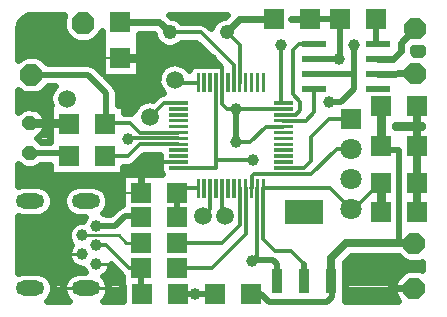
<source format=gtl>
G04 DipTrace 2.3.0.1*
%INtop_cop.gbr*%
%MOMM*%
%ADD10C,0.25*%
%ADD14C,0.8*%
%ADD15C,0.7*%
%ADD16C,0.5*%
%ADD17C,0.3*%
%ADD18C,0.2*%
%ADD19C,0.6*%
%ADD20C,0.254*%
%ADD22R,1.75X1.7*%
%ADD23R,1.7X1.75*%
%ADD24R,1.8X1.8*%
%ADD25C,1.8*%
%ADD26C,1.5*%
%ADD27C,1.0*%
%ADD28O,2.4X1.3*%
%ADD30R,0.95X2.15*%
%ADD31R,3.25X2.15*%
%ADD32R,2.0X0.6*%
%ADD34C,1.219*%
%ADD35C,1.0*%
%FSLAX53Y53*%
G04*
G71*
G90*
G75*
G01*
%LNTop*%
%LPD*%
X41638Y27344D2*
D14*
X41616Y24016D1*
X44368Y15730D2*
D15*
X38604D1*
X37384Y14510D1*
Y12560D1*
X44368Y15730D2*
D16*
X43120D1*
Y23637D1*
X41995D1*
X41616Y24016D1*
X30586Y11472D2*
X31456D1*
X32142Y10786D1*
X37054D1*
X37427Y11158D1*
Y12517D1*
X37384Y12560D1*
X41616Y20880D2*
D14*
X41638Y18384D1*
X35084Y12560D2*
D16*
Y13990D1*
D17*
X34000Y15074D1*
X32641D1*
X31632Y16083D1*
Y20418D1*
X30759Y22826D2*
X27629D1*
Y22123D1*
X24427D1*
X33129Y32559D2*
D18*
X33137D1*
D17*
Y27623D1*
D18*
X33337D1*
X37224Y27672D2*
D16*
X38210D1*
X39317Y28779D1*
Y30116D1*
Y32575D1*
D18*
X39278D1*
X35920Y30116D2*
D16*
X39317D1*
X27632Y29328D2*
D17*
X27629Y22826D1*
X41616Y20880D2*
X41518D1*
X39312Y18674D1*
X39034D1*
X31632Y20418D2*
X37290D1*
X39034Y18674D1*
X24383Y11487D2*
D16*
X27536Y11472D1*
X17499Y17227D2*
X19094D1*
X19907Y18040D1*
X21202D1*
X21292Y17951D1*
X25886Y11458D2*
X24412D1*
X24383Y11487D1*
X24427Y25123D2*
D17*
X21181D1*
X20368Y25936D1*
X18298D1*
X18234Y25872D1*
X11992Y30018D2*
D16*
X16755D1*
X18331Y28442D1*
Y25969D1*
X18234Y25872D1*
X41320Y31386D2*
D19*
X42650D1*
X43280Y32016D1*
Y32720D1*
X44496Y33936D1*
X41320Y30116D2*
X44496Y30126D1*
X33337Y26123D2*
D17*
X35211D1*
X35920Y26832D1*
Y28846D1*
X33337Y26623D2*
X34367D1*
X34768Y27024D1*
Y27728D1*
X34128Y28368D1*
Y32144D1*
X34640Y32656D1*
X35920D1*
X33337Y22123D2*
X35106D1*
X35670Y22687D1*
Y24748D1*
X37216Y26294D1*
X39034D1*
X21292Y13663D2*
D16*
Y11528D1*
X21333Y11487D1*
X17499Y15627D2*
D17*
X18308D1*
X20273Y13663D1*
X21292D1*
X16299Y16427D2*
D10*
X19413D1*
X20036Y15804D1*
X21263D1*
X21292Y15775D1*
X44688Y27344D2*
D15*
Y25680D1*
X44666D1*
Y24016D1*
Y20880D1*
Y18406D1*
X44688Y18384D1*
X11856Y25916D2*
D14*
X15140D1*
D16*
X15184Y25872D1*
X32784Y12560D2*
Y13990D1*
X32450Y14324D1*
X31132D1*
D17*
Y20418D1*
X29359Y27103D2*
X28569D1*
X28132Y27540D1*
Y29328D1*
X21269Y19999D2*
D19*
Y22623D1*
D17*
X24427D1*
X33337Y27123D2*
X29329D1*
D16*
Y24284D1*
X28132Y29328D2*
D17*
Y30659D1*
X27329Y31462D1*
D14*
X19536D1*
X38068Y31376D2*
D16*
X35920Y31386D1*
X29329Y24284D2*
D17*
X30502D1*
X31841Y25623D1*
X33337D1*
X38118Y34704D2*
D16*
Y31846D1*
D18*
X38068Y31796D1*
Y31376D1*
X35600Y34704D2*
D16*
X38118D1*
X44368Y11920D2*
D19*
X42576D1*
D17*
X42256Y12240D1*
X35600Y34704D2*
D19*
X34000D1*
D17*
X33936Y34640D1*
X31132Y20418D2*
Y14731D1*
X30673Y14272D1*
X39034Y23754D2*
X37837D1*
X35690Y21607D1*
X30839D1*
X30646Y21414D1*
Y20432D1*
X30632Y20418D1*
X29632Y29328D2*
Y32506D1*
X28522Y33616D1*
X32550Y34704D2*
D19*
X29610D1*
X28522Y33616D1*
X29132Y29328D2*
D17*
Y30804D1*
X26320Y33616D1*
X23696D1*
X19536Y34512D2*
D19*
X22800D1*
X23696Y33616D1*
X24427Y24123D2*
D17*
X21179D1*
X20176Y23120D1*
X18192D1*
X11856Y23376D2*
D16*
X14886D1*
X15142Y23120D1*
X24319Y19999D2*
Y17974D1*
X24342Y17951D1*
X26132Y20418D2*
D17*
X24738D1*
X24319Y19999D1*
X41168Y34704D2*
D16*
Y32808D1*
D17*
X41320Y32656D1*
X30132Y20418D2*
Y16519D1*
X27268Y13656D1*
X24349D1*
X24342Y13663D1*
X29632Y20418D2*
Y17305D1*
X28102Y15775D1*
X24342D1*
X26132Y29328D2*
X24400D1*
D18*
X24144Y29584D1*
X24427Y27623D2*
D17*
X23207D1*
X22032Y26448D1*
X27132Y20418D2*
Y18684D1*
X26512Y18064D1*
X28132Y20418D2*
Y18300D1*
D18*
X28368Y18064D1*
X24427Y24623D2*
D17*
X20207D1*
D18*
X20176Y24592D1*
D35*
X25886Y11458D3*
X44688Y25680D3*
X20176Y24592D3*
X37224Y27672D3*
X30759Y22826D3*
X29359Y27103D3*
X38068Y31376D3*
X29329Y24284D3*
X30673Y14272D3*
X33129Y32559D3*
X39278Y32575D3*
X11096Y34503D2*
D19*
X14651D1*
X24755D2*
X27467D1*
X10960Y33907D2*
X14660D1*
X10965Y33310D2*
X15054D1*
X17696D2*
X17902D1*
X21174D2*
X22338D1*
X10965Y32713D2*
X17904D1*
X21174D2*
X22657D1*
X24737D2*
X25929D1*
X10965Y32117D2*
X17904D1*
X21174D2*
X26520D1*
X44368D2*
X45045D1*
X12896Y31520D2*
X17904D1*
X21174D2*
X27120D1*
X17171Y30923D2*
X17904D1*
X21174D2*
X23473D1*
X24821D2*
X27720D1*
X21174Y30327D2*
X22807D1*
X18483Y29730D2*
X22620D1*
X19074Y29133D2*
X22685D1*
X12915Y28537D2*
X13563D1*
X19365D2*
X23051D1*
X10965Y27940D2*
X13460D1*
X19365D2*
X22226D1*
X10965Y27343D2*
X13526D1*
X19890D2*
X20801D1*
X12971Y26747D2*
X13526D1*
X13252Y26150D2*
X13521D1*
X13243Y25553D2*
X13520D1*
X12849Y24957D2*
X13526D1*
X12821Y24360D2*
X13479D1*
X21521Y23167D2*
X22845D1*
X20921Y22570D2*
X22845D1*
X10965Y21973D2*
X13479D1*
X19852D2*
X22845D1*
X10965Y21377D2*
X19610D1*
X10965Y20780D2*
X19610D1*
X13580Y20183D2*
X14913D1*
X18287D2*
X19610D1*
X13862Y19587D2*
X14642D1*
X18558D2*
X19610D1*
X13843Y18990D2*
X14660D1*
X18540D2*
X19610D1*
X13515Y18393D2*
X14979D1*
X18212D2*
X18823D1*
X10965Y17797D2*
X16357D1*
X10965Y17200D2*
X15288D1*
X10965Y16603D2*
X15026D1*
X10965Y16007D2*
X15092D1*
X10965Y15410D2*
X15167D1*
X10965Y14813D2*
X15017D1*
X10965Y14217D2*
X15176D1*
X38668D2*
X43507D1*
X10965Y13620D2*
X16038D1*
X18708D2*
X19020D1*
X38640D2*
X45045D1*
X13337Y13023D2*
X15157D1*
X18258D2*
X19620D1*
X38640D2*
X43085D1*
X13787Y12427D2*
X14707D1*
X18493D2*
X19629D1*
X38640D2*
X42673D1*
X13880Y11830D2*
X14623D1*
X18577D2*
X19676D1*
X38640D2*
X42663D1*
X13693Y11233D2*
X14801D1*
X18390D2*
X19676D1*
X38640D2*
X42729D1*
X17615Y33290D2*
X17277Y32952D1*
X17018Y32788D1*
X16765Y32740D1*
X15987D1*
X15688Y32807D1*
X15476Y32952D1*
X14926Y33502D1*
X14761Y33760D1*
X14714Y34014D1*
Y34791D1*
X14780Y35090D1*
X14723Y34894D1*
X14561Y35100D1*
X12058D1*
X11716Y35055D1*
X11456Y34947D1*
X11229Y34774D1*
X11055Y34548D1*
X10946Y34285D1*
X10900Y33942D1*
Y31270D1*
X11091Y31469D1*
X11350Y31633D1*
X11603Y31681D1*
X12381D1*
X12680Y31614D1*
X12893Y31469D1*
X13368Y30994D1*
X16755Y30992D1*
X17050Y30947D1*
X17324Y30807D1*
X17656Y30495D1*
X17967Y30183D1*
X17962Y31303D1*
Y33691D1*
X17827Y33502D1*
X17615Y33290D1*
X13370Y29045D2*
X12893Y28568D1*
X12634Y28404D1*
X12381Y28356D1*
X11603D1*
X11304Y28423D1*
X11091Y28568D1*
X10899Y28760D1*
X10902Y26851D1*
X11182Y27117D1*
X11397Y27222D1*
X11602Y27252D1*
X12229Y27242D1*
X12455Y27164D1*
X12621Y27040D1*
X13057Y26590D1*
X13162Y26375D1*
X13192Y26169D1*
X13182Y25543D1*
X13104Y25317D1*
X12980Y25151D1*
X12530Y24715D1*
X12442Y24661D1*
X12621Y24500D1*
X12774Y24347D1*
X13534Y24350D1*
X13543Y24694D1*
X13590D1*
X13585Y25858D1*
Y27446D1*
X13621D1*
X13524Y27853D1*
X13528Y28153D1*
X13592Y28445D1*
X13714Y28719D1*
X13889Y28962D1*
X13979Y29044D1*
X13371D1*
X42745Y25590D2*
X43215Y25581D1*
X43187Y25590D1*
X45101D1*
X45087Y25770D1*
X42759D1*
X43067Y25590D1*
X43187D1*
X21109Y33061D2*
X21110Y29863D1*
X18292Y29859D1*
X19020Y29131D1*
X19196Y28890D1*
X19291Y28597D1*
X19305Y28142D1*
Y27439D1*
X19833Y27446D1*
Y26818D1*
X20418Y26807D1*
X20632Y26909D1*
X20754Y27183D1*
X20929Y27426D1*
X21150Y27629D1*
X21406Y27783D1*
X21689Y27882D1*
X21986Y27921D1*
X22263Y27915D1*
X22589Y28241D1*
X22833Y28413D1*
X23130Y28492D1*
X22847Y28883D1*
X22732Y29159D1*
X22676Y29453D1*
X22680Y29753D1*
X22744Y30045D1*
X22866Y30319D1*
X23041Y30562D1*
X23262Y30765D1*
X23518Y30919D1*
X23801Y31018D1*
X24098Y31057D1*
X24397Y31036D1*
X24685Y30955D1*
X24951Y30817D1*
X25184Y30629D1*
X25332Y30448D1*
X25401Y30560D1*
X25541Y30702D1*
X25714Y30801D1*
X25982Y30852D1*
X26845Y30849D1*
X27408Y30848D1*
X27854Y30847D1*
X25962Y32738D1*
X24698Y32742D1*
X24525Y32572D1*
X24271Y32413D1*
X23988Y32315D1*
X23691Y32282D1*
X23393Y32317D1*
X23111Y32417D1*
X22859Y32578D1*
X22648Y32791D1*
X22491Y33045D1*
X22394Y33329D1*
X22377Y33487D1*
X21103Y33488D1*
X21110Y32913D1*
X21101D1*
X43058Y10899D2*
X42855Y11117D1*
X42750Y11332D1*
X42720Y11537D1*
X42730Y12422D1*
X42808Y12648D1*
X42932Y12815D1*
X43565Y13433D1*
X43780Y13538D1*
X43985Y13568D1*
X44870Y13558D1*
X45096Y13480D1*
X45081Y13488D1*
X45100Y13539D1*
Y14167D1*
X44924Y14103D1*
X44451Y14082D1*
X43985D1*
X43686Y14149D1*
X43473Y14294D1*
X43109Y14659D1*
X39052Y14656D1*
X38587Y14195D1*
X38583Y10901D1*
X43061Y10900D1*
X42836Y11145D1*
X42741Y11364D1*
X42720Y11537D1*
X44579Y32288D2*
X44307D1*
X44303Y32019D1*
X44413Y31774D1*
X44981Y31765D1*
X45100Y31839D1*
Y32317D1*
X44879Y32288D1*
X44579D1*
X19736Y12089D2*
X19693D1*
X19688Y13013D1*
X18721Y13967D1*
X18670Y13672D1*
X18549Y13399D1*
X18365Y13163D1*
X18130Y12978D1*
X18081Y12936D1*
X18278Y12710D1*
X18421Y12447D1*
X18503Y12159D1*
X18521Y11867D1*
X18476Y11571D1*
X18367Y11292D1*
X18201Y11043D1*
X18061Y10900D1*
X19736D1*
X19734Y12097D1*
X19792Y21573D2*
X23029D1*
X22954Y21705D1*
X22903Y21973D1*
X22907Y22842D1*
X22903Y23251D1*
X21549Y23249D1*
X20794Y22502D1*
X20550Y22330D1*
X20222Y22247D1*
X19792Y22246D1*
X19791Y21569D1*
X19491Y21546D1*
X16593Y21555D1*
X16741Y21546D1*
X13543D1*
Y22399D1*
X12768Y22398D1*
X12621Y22252D1*
X12363Y22088D1*
X12110Y22040D1*
X11602D1*
X11303Y22107D1*
X11091Y22252D1*
X10898Y22444D1*
X10900Y20620D1*
X11174Y20690D1*
X11349Y20701D1*
X12574Y20695D1*
X12867Y20636D1*
X13141Y20514D1*
X13381Y20336D1*
X13578Y20110D1*
X13721Y19847D1*
X13803Y19559D1*
X13823Y19327D1*
X13790Y19030D1*
X13694Y18746D1*
X13538Y18490D1*
X13331Y18274D1*
X13082Y18108D1*
X12803Y18000D1*
X12442Y17959D1*
X11349Y17953D1*
X11108Y17974D1*
X10902Y18035D1*
X10900Y13233D1*
X11174Y13290D1*
X11349Y13301D1*
X12574Y13295D1*
X12867Y13236D1*
X13141Y13114D1*
X13381Y12936D1*
X13578Y12710D1*
X13721Y12447D1*
X13803Y12159D1*
X13823Y11927D1*
X13790Y11630D1*
X13694Y11346D1*
X13538Y11090D1*
X13351Y10894D1*
X15142Y10900D1*
X14995Y11046D1*
X14829Y11295D1*
X14721Y11575D1*
X14676Y11871D1*
X14696Y12169D1*
X14781Y12457D1*
X14926Y12719D1*
X15124Y12943D1*
X15366Y13119D1*
X15640Y13239D1*
X15934Y13296D1*
X16512Y13301D1*
X16370Y13554D1*
X16350Y13605D1*
X16063Y13626D1*
X15779Y13719D1*
X15525Y13879D1*
X15318Y14095D1*
X15170Y14354D1*
X15089Y14643D1*
X15080Y14942D1*
X15144Y15234D1*
X15278Y15502D1*
X15372Y15626D1*
X15194Y15900D1*
X15099Y16183D1*
X15076Y16482D1*
X15126Y16777D1*
X15246Y17051D1*
X15429Y17288D1*
X15663Y17473D1*
X15936Y17596D1*
X16231Y17649D1*
X16352Y17641D1*
X16446Y17851D1*
X16520Y17947D1*
X15808Y17974D1*
X15521Y18059D1*
X15259Y18203D1*
X15034Y18401D1*
X14857Y18643D1*
X14737Y18917D1*
X14680Y19211D1*
X14687Y19510D1*
X14759Y19801D1*
X14892Y20069D1*
X15080Y20302D1*
X15314Y20488D1*
X15583Y20620D1*
X15874Y20690D1*
X16049Y20701D1*
X17274Y20695D1*
X17567Y20636D1*
X17841Y20514D1*
X18081Y20336D1*
X18278Y20110D1*
X18421Y19847D1*
X18503Y19559D1*
X18523Y19327D1*
X18490Y19030D1*
X18394Y18746D1*
X18238Y18490D1*
X18064Y18308D1*
X18399Y18201D1*
X18689D1*
X19219Y18729D1*
X19469Y18909D1*
X19670Y19025D1*
Y21545D1*
X23832Y34934D2*
X24009Y34912D1*
X24290Y34810D1*
X24541Y34647D1*
X24691Y34493D1*
X26320Y34490D1*
X26614Y34439D1*
X26905Y34265D1*
X27223Y33949D1*
X27326Y34205D1*
X27487Y34457D1*
X27701Y34667D1*
X27956Y34824D1*
X28240Y34919D1*
X28398Y34935D1*
X28560Y35102D1*
X23664Y35100D1*
X23822Y34938D1*
X17963Y31462D2*
D18*
X21109D1*
X42722Y11920D2*
D20*
X44368D1*
X19671Y19999D2*
D18*
X21269D1*
X13586Y25872D2*
X15184D1*
X17499Y14027D2*
D20*
X18722D1*
X15076Y14827D2*
X16299D1*
X14676Y11927D2*
X18522D1*
X22904Y22623D2*
D18*
X24427D1*
X11856Y25916D2*
D20*
X13191D1*
G36*
X15438Y34791D2*
X15987Y35341D1*
X16765D1*
X17315Y34791D1*
Y34014D1*
X16765Y33464D1*
X15987D1*
X15438Y34014D1*
Y34791D1*
G37*
G36*
X11053Y30407D2*
X11603Y30957D1*
X12381D1*
X12931Y30407D1*
Y29630D1*
X12381Y29080D1*
X11603D1*
X11053Y29630D1*
Y30407D1*
G37*
D22*
X41616Y24016D3*
X44666D3*
X44688Y27344D3*
X41638D3*
X41616Y20880D3*
X44666D3*
X44688Y18384D3*
X41638D3*
X35600Y34704D3*
X32550D3*
D23*
X19536Y31462D3*
Y34512D3*
D22*
X27536Y11472D3*
X30586D3*
G36*
X45292Y12303D2*
Y11537D1*
X44751Y10996D1*
X43985D1*
X43444Y11537D1*
Y12303D1*
X43985Y12844D1*
X44751D1*
X45292Y12303D1*
G37*
G36*
Y16113D2*
Y15347D1*
X44751Y14806D1*
X43985D1*
X43444Y15347D1*
Y16113D1*
X43985Y16654D1*
X44751D1*
X45292Y16113D1*
G37*
D24*
X39034Y26294D3*
D25*
Y23754D3*
Y21214D3*
Y18674D3*
G36*
X43572Y33553D2*
Y34319D1*
X44113Y34860D1*
X44879D1*
X45420Y34319D1*
Y33553D1*
X44879Y33012D1*
X44113D1*
X43572Y33553D1*
G37*
G36*
Y29743D2*
Y30509D1*
X44113Y31050D1*
X44879D1*
X45420Y30509D1*
Y29743D1*
X44879Y29202D1*
X44113D1*
X43572Y29743D1*
G37*
D26*
X24144Y29584D3*
X22032Y26448D3*
X26512Y18064D3*
X28368D3*
X14992Y27984D3*
D22*
X41168Y34704D3*
X38118D3*
X24342Y13663D3*
X21292D3*
X21333Y11487D3*
X24383D3*
X24342Y15775D3*
X21292D3*
X24342Y17951D3*
X21292D3*
X21269Y19999D3*
X24319D3*
X18192Y23120D3*
X15142D3*
X15184Y25872D3*
X18234D3*
D27*
X17499Y14027D3*
X16299Y14827D3*
X17499Y15627D3*
X16299Y16427D3*
X17499Y17227D3*
D28*
X16599Y11927D3*
Y19327D3*
X11899Y11927D3*
Y19327D3*
D30*
X32784Y12560D3*
X35084D3*
X37384D3*
D31*
X35084Y18360D3*
D32*
X35920Y32656D3*
Y31386D3*
Y30116D3*
Y28846D3*
X41320D3*
Y30116D3*
Y31386D3*
Y32656D3*
G36*
X31782Y28528D2*
X31482D1*
Y30128D1*
X31782D1*
Y28528D1*
G37*
G36*
X31282D2*
X30982D1*
Y30128D1*
X31282D1*
Y28528D1*
G37*
G36*
X30782D2*
X30482D1*
Y30128D1*
X30782D1*
Y28528D1*
G37*
G36*
X30282D2*
X29982D1*
Y30128D1*
X30282D1*
Y28528D1*
G37*
G36*
X29782D2*
X29482D1*
Y30128D1*
X29782D1*
Y28528D1*
G37*
G36*
X29282D2*
X28982D1*
Y30128D1*
X29282D1*
Y28528D1*
G37*
G36*
X28782D2*
X28482D1*
Y30128D1*
X28782D1*
Y28528D1*
G37*
G36*
X28282D2*
X27982D1*
Y30128D1*
X28282D1*
Y28528D1*
G37*
G36*
X27782D2*
X27482D1*
Y30128D1*
X27782D1*
Y28528D1*
G37*
G36*
X27282D2*
X26982D1*
Y30128D1*
X27282D1*
Y28528D1*
G37*
G36*
X26782D2*
X26482D1*
Y30128D1*
X26782D1*
Y28528D1*
G37*
G36*
X26282D2*
X25982D1*
Y30128D1*
X26282D1*
Y28528D1*
G37*
G36*
X25227Y27773D2*
Y27473D1*
X23627D1*
Y27773D1*
X25227D1*
G37*
G36*
Y27273D2*
Y26973D1*
X23627D1*
Y27273D1*
X25227D1*
G37*
G36*
Y26773D2*
Y26473D1*
X23627D1*
Y26773D1*
X25227D1*
G37*
G36*
Y26273D2*
Y25973D1*
X23627D1*
Y26273D1*
X25227D1*
G37*
G36*
Y25773D2*
Y25473D1*
X23627D1*
Y25773D1*
X25227D1*
G37*
G36*
Y25273D2*
Y24973D1*
X23627D1*
Y25273D1*
X25227D1*
G37*
G36*
Y24773D2*
Y24473D1*
X23627D1*
Y24773D1*
X25227D1*
G37*
G36*
Y24273D2*
Y23973D1*
X23627D1*
Y24273D1*
X25227D1*
G37*
G36*
Y23773D2*
Y23473D1*
X23627D1*
Y23773D1*
X25227D1*
G37*
G36*
Y23273D2*
Y22973D1*
X23627D1*
Y23273D1*
X25227D1*
G37*
G36*
Y22773D2*
Y22473D1*
X23627D1*
Y22773D1*
X25227D1*
G37*
G36*
Y22273D2*
Y21973D1*
X23627D1*
Y22273D1*
X25227D1*
G37*
G36*
X26282Y19618D2*
X25982D1*
Y21218D1*
X26282D1*
Y19618D1*
G37*
G36*
X26782D2*
X26482D1*
Y21218D1*
X26782D1*
Y19618D1*
G37*
G36*
X27282D2*
X26982D1*
Y21218D1*
X27282D1*
Y19618D1*
G37*
G36*
X27782D2*
X27482D1*
Y21218D1*
X27782D1*
Y19618D1*
G37*
G36*
X28282D2*
X27982D1*
Y21218D1*
X28282D1*
Y19618D1*
G37*
G36*
X28782D2*
X28482D1*
Y21218D1*
X28782D1*
Y19618D1*
G37*
G36*
X29282D2*
X28982D1*
Y21218D1*
X29282D1*
Y19618D1*
G37*
G36*
X29782D2*
X29482D1*
Y21218D1*
X29782D1*
Y19618D1*
G37*
G36*
X30282D2*
X29982D1*
Y21218D1*
X30282D1*
Y19618D1*
G37*
G36*
X30782D2*
X30482D1*
Y21218D1*
X30782D1*
Y19618D1*
G37*
G36*
X31282D2*
X30982D1*
Y21218D1*
X31282D1*
Y19618D1*
G37*
G36*
X31782D2*
X31482D1*
Y21218D1*
X31782D1*
Y19618D1*
G37*
G36*
X34137Y22273D2*
Y21973D1*
X32537D1*
Y22273D1*
X34137D1*
G37*
G36*
Y22773D2*
Y22473D1*
X32537D1*
Y22773D1*
X34137D1*
G37*
G36*
Y23273D2*
Y22973D1*
X32537D1*
Y23273D1*
X34137D1*
G37*
G36*
Y23773D2*
Y23473D1*
X32537D1*
Y23773D1*
X34137D1*
G37*
G36*
Y24273D2*
Y23973D1*
X32537D1*
Y24273D1*
X34137D1*
G37*
G36*
Y24773D2*
Y24473D1*
X32537D1*
Y24773D1*
X34137D1*
G37*
G36*
Y25273D2*
Y24973D1*
X32537D1*
Y25273D1*
X34137D1*
G37*
G36*
Y25773D2*
Y25473D1*
X32537D1*
Y25773D1*
X34137D1*
G37*
G36*
Y26273D2*
Y25973D1*
X32537D1*
Y26273D1*
X34137D1*
G37*
G36*
Y26773D2*
Y26473D1*
X32537D1*
Y26773D1*
X34137D1*
G37*
G36*
Y27273D2*
Y26973D1*
X32537D1*
Y27273D1*
X34137D1*
G37*
G36*
Y27773D2*
Y27473D1*
X32537D1*
Y27773D1*
X34137D1*
G37*
G36*
X12110Y23988D2*
X12468Y23630D1*
Y23122D1*
X12110Y22764D1*
X11602D1*
X11244Y23122D1*
Y23630D1*
X11602Y23988D1*
X12110D1*
G37*
G36*
Y26528D2*
X12468Y26169D1*
Y25662D1*
X12110Y25304D1*
X11602D1*
X11244Y25662D1*
Y26169D1*
X11602Y26528D1*
X12110D1*
G37*
D34*
X23696Y33616D3*
X28522D3*
M02*

</source>
